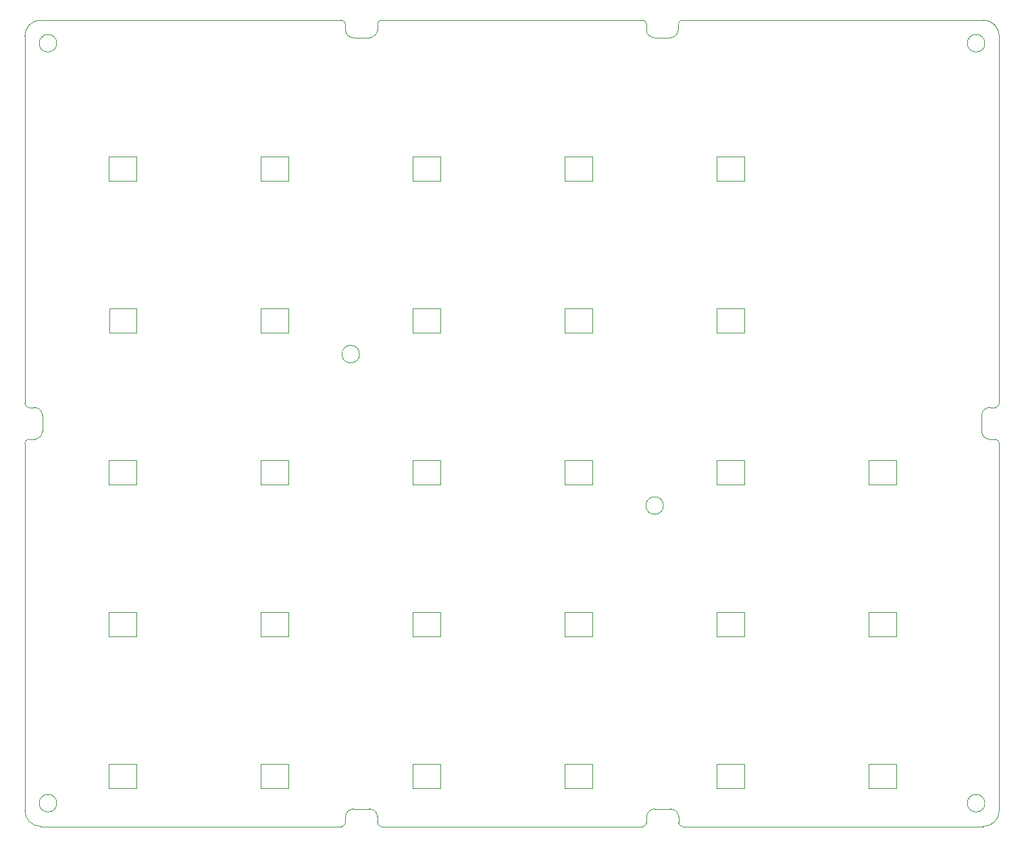
<source format=gm1>
%TF.GenerationSoftware,KiCad,Pcbnew,(6.0.4-0)*%
%TF.CreationDate,2022-10-03T20:51:09+03:00*%
%TF.ProjectId,Splitimsi,53706c69-7469-46d7-9369-2e6b69636164,rev?*%
%TF.SameCoordinates,Original*%
%TF.FileFunction,Profile,NP*%
%FSLAX46Y46*%
G04 Gerber Fmt 4.6, Leading zero omitted, Abs format (unit mm)*
G04 Created by KiCad (PCBNEW (6.0.4-0)) date 2022-10-03 20:51:09*
%MOMM*%
%LPD*%
G01*
G04 APERTURE LIST*
%TA.AperFunction,Profile*%
%ADD10C,0.100000*%
%TD*%
%TA.AperFunction,Profile*%
%ADD11C,0.120000*%
%TD*%
G04 APERTURE END LIST*
D10*
X96773492Y-16462893D02*
X96773492Y-15762893D01*
X141002893Y-114412893D02*
X141002893Y-68337893D01*
X59052893Y-115212893D02*
X59052893Y-115912893D01*
X99802893Y-114212893D02*
X97802893Y-114212893D01*
X100802893Y-115212893D02*
X100802893Y-115912893D01*
X139195786Y-113505786D02*
G75*
G03*
X139195786Y-113505786I-1100000J0D01*
G01*
X96773507Y-16462893D02*
G75*
G03*
X97773492Y-17462893I999993J-7D01*
G01*
X96302893Y-116412893D02*
X63552893Y-116412893D01*
X96802893Y-115212893D02*
X96802893Y-115912893D01*
X63052893Y-16462893D02*
X63052893Y-15762893D01*
X58552893Y-15262893D02*
X20852893Y-15262893D01*
X21052907Y-64837893D02*
G75*
G03*
X20052893Y-63837893I-1000007J-7D01*
G01*
X18852893Y-81712893D02*
X18852893Y-76712893D01*
X139802893Y-63837893D02*
G75*
G03*
X138802893Y-64837893I7J-1000007D01*
G01*
X20052893Y-67837893D02*
X19352893Y-67837893D01*
X100802907Y-115212893D02*
G75*
G03*
X99802893Y-114212893I-1000007J-7D01*
G01*
X96773507Y-15762893D02*
G75*
G03*
X96273492Y-15262893I-500007J-7D01*
G01*
X97802893Y-114212893D02*
G75*
G03*
X96802893Y-115212893I7J-1000007D01*
G01*
X99773492Y-17462893D02*
X97773492Y-17462893D01*
X141002893Y-17262893D02*
X141002893Y-63337893D01*
X18852893Y-81712893D02*
X18852893Y-114412893D01*
X62052893Y-17462893D02*
G75*
G03*
X63052893Y-16462893I7J999993D01*
G01*
X19352893Y-67837893D02*
G75*
G03*
X18852893Y-68337893I7J-500007D01*
G01*
X60802895Y-57162892D02*
G75*
G03*
X60802895Y-57162892I-1100000J0D01*
G01*
X63052907Y-115912893D02*
G75*
G03*
X63552893Y-116412893I499993J-7D01*
G01*
X18852907Y-63337893D02*
G75*
G03*
X19352893Y-63837893I499993J-7D01*
G01*
X63052907Y-115212893D02*
G75*
G03*
X62052893Y-114212893I-1000007J-7D01*
G01*
X140502893Y-63837893D02*
G75*
G03*
X141002893Y-63337893I7J499993D01*
G01*
X141002907Y-17262893D02*
G75*
G03*
X139002893Y-15262893I-2000007J-7D01*
G01*
X98902892Y-76162894D02*
G75*
G03*
X98902892Y-76162894I-1100000J0D01*
G01*
X60052893Y-114212893D02*
X62052893Y-114212893D01*
X21052894Y-17462893D02*
G75*
G03*
X21052894Y-17462893I-1J0D01*
G01*
X139195786Y-18170000D02*
G75*
G03*
X139195786Y-18170000I-1100000J0D01*
G01*
X58552893Y-116412893D02*
G75*
G03*
X59052893Y-115912893I7J499993D01*
G01*
X138802893Y-66837893D02*
X138802893Y-64837893D01*
X60052893Y-114212893D02*
G75*
G03*
X59052893Y-115212893I7J-1000007D01*
G01*
X139002893Y-15262893D02*
X101273492Y-15262893D01*
X20052893Y-63837893D02*
X19352893Y-63837893D01*
X20852893Y-116412893D02*
X58552893Y-116412893D01*
X20852893Y-15262893D02*
G75*
G03*
X18852893Y-17262893I7J-2000007D01*
G01*
X63552893Y-15262893D02*
G75*
G03*
X63052893Y-15762893I7J-500007D01*
G01*
X18852907Y-114412893D02*
G75*
G03*
X20852893Y-116412893I1999993J-7D01*
G01*
X100802907Y-115912893D02*
G75*
G03*
X101302893Y-116412893I499993J-7D01*
G01*
X101273492Y-15262892D02*
G75*
G03*
X100773492Y-15762893I8J-500008D01*
G01*
X139002893Y-116412893D02*
X101302893Y-116412893D01*
X22860000Y-113505786D02*
G75*
G03*
X22860000Y-113505786I-1100000J0D01*
G01*
X22860000Y-18170000D02*
G75*
G03*
X22860000Y-18170000I-1100000J0D01*
G01*
X139802893Y-67837893D02*
X140502893Y-67837893D01*
X99773492Y-17462892D02*
G75*
G03*
X100773492Y-16462893I8J999992D01*
G01*
X141002907Y-68337893D02*
G75*
G03*
X140502893Y-67837893I-500007J-7D01*
G01*
X138802907Y-66837893D02*
G75*
G03*
X139802893Y-67837893I999993J-7D01*
G01*
X18852893Y-17262893D02*
X18852893Y-63337893D01*
X59052893Y-16462893D02*
X59052893Y-15762893D01*
X100773492Y-16462893D02*
X100773492Y-15762893D01*
X139002893Y-116412893D02*
G75*
G03*
X141002893Y-114412893I7J1999993D01*
G01*
X96273492Y-15262893D02*
X63552893Y-15262893D01*
X21052893Y-64837893D02*
X21052893Y-66837893D01*
X18852893Y-68337893D02*
X18852893Y-76712893D01*
X59052907Y-15762893D02*
G75*
G03*
X58552893Y-15262893I-500007J-7D01*
G01*
X63052893Y-115212893D02*
X63052893Y-115912893D01*
X139802893Y-63837893D02*
X140502893Y-63837893D01*
X20052893Y-67837893D02*
G75*
G03*
X21052893Y-66837893I7J999993D01*
G01*
X59052907Y-16462893D02*
G75*
G03*
X60052893Y-17462893I999993J-7D01*
G01*
X96302893Y-116412893D02*
G75*
G03*
X96802893Y-115912893I7J499993D01*
G01*
X60052893Y-17462893D02*
X62052893Y-17462893D01*
D11*
%TO.C,SW21*%
X70913633Y-92539178D02*
X70913633Y-89539178D01*
X67513633Y-89539178D02*
X67513633Y-92539178D01*
X67513633Y-92539178D02*
X70913633Y-92539178D01*
X70913633Y-89539178D02*
X67513633Y-89539178D01*
%TO.C,SW16*%
X89963633Y-73489178D02*
X89963633Y-70489178D01*
X86563633Y-70489178D02*
X86563633Y-73489178D01*
X86563633Y-73489178D02*
X89963633Y-73489178D01*
X89963633Y-70489178D02*
X86563633Y-70489178D01*
%TO.C,SW13*%
X29413633Y-73489178D02*
X32813633Y-73489178D01*
X32813633Y-70489178D02*
X29413633Y-70489178D01*
X29413633Y-70489178D02*
X29413633Y-73489178D01*
X32813633Y-73489178D02*
X32813633Y-70489178D01*
%TO.C,SW9*%
X67513633Y-54439178D02*
X70913633Y-54439178D01*
X67513633Y-51439178D02*
X67513633Y-54439178D01*
X70913633Y-54439178D02*
X70913633Y-51439178D01*
X70913633Y-51439178D02*
X67513633Y-51439178D01*
%TO.C,SW26*%
X48463633Y-108589178D02*
X48463633Y-111589178D01*
X51863633Y-111589178D02*
X51863633Y-108589178D01*
X51863633Y-108589178D02*
X48463633Y-108589178D01*
X48463633Y-111589178D02*
X51863633Y-111589178D01*
%TO.C,SW1*%
X29413633Y-35389178D02*
X32813633Y-35389178D01*
X29413633Y-32389178D02*
X29413633Y-35389178D01*
X32813633Y-32389178D02*
X29413633Y-32389178D01*
X32813633Y-35389178D02*
X32813633Y-32389178D01*
%TO.C,SW5*%
X109013633Y-32389178D02*
X105613633Y-32389178D01*
X109013633Y-35389178D02*
X109013633Y-32389178D01*
X105613633Y-35389178D02*
X109013633Y-35389178D01*
X105613633Y-32389178D02*
X105613633Y-35389178D01*
%TO.C,SW7*%
X32845465Y-51439178D02*
X29445465Y-51439178D01*
X29445465Y-54439178D02*
X32845465Y-54439178D01*
X29445465Y-51439178D02*
X29445465Y-54439178D01*
X32845465Y-54439178D02*
X32845465Y-51439178D01*
%TO.C,SW17*%
X109013633Y-70489178D02*
X105613633Y-70489178D01*
X109013633Y-73489178D02*
X109013633Y-70489178D01*
X105613633Y-70489178D02*
X105613633Y-73489178D01*
X105613633Y-73489178D02*
X109013633Y-73489178D01*
%TO.C,SW22*%
X89963633Y-92539178D02*
X89963633Y-89539178D01*
X86563633Y-92539178D02*
X89963633Y-92539178D01*
X86563633Y-89539178D02*
X86563633Y-92539178D01*
X89963633Y-89539178D02*
X86563633Y-89539178D01*
%TO.C,SW19*%
X32813633Y-89539178D02*
X29413633Y-89539178D01*
X29413633Y-89539178D02*
X29413633Y-92539178D01*
X29413633Y-92539178D02*
X32813633Y-92539178D01*
X32813633Y-92539178D02*
X32813633Y-89539178D01*
%TO.C,SW15*%
X67513633Y-73489178D02*
X70913633Y-73489178D01*
X70913633Y-73489178D02*
X70913633Y-70489178D01*
X70913633Y-70489178D02*
X67513633Y-70489178D01*
X67513633Y-70489178D02*
X67513633Y-73489178D01*
%TO.C,SW2*%
X48463633Y-35389178D02*
X51863633Y-35389178D01*
X51863633Y-32389178D02*
X48463633Y-32389178D01*
X48463633Y-32389178D02*
X48463633Y-35389178D01*
X51863633Y-35389178D02*
X51863633Y-32389178D01*
%TO.C,SW4*%
X86563633Y-32389178D02*
X86563633Y-35389178D01*
X89963633Y-35389178D02*
X89963633Y-32389178D01*
X89963633Y-32389178D02*
X86563633Y-32389178D01*
X86563633Y-35389178D02*
X89963633Y-35389178D01*
%TO.C,SW30*%
X128063633Y-111589178D02*
X128063633Y-108589178D01*
X128063633Y-108589178D02*
X124663633Y-108589178D01*
X124663633Y-108589178D02*
X124663633Y-111589178D01*
X124663633Y-111589178D02*
X128063633Y-111589178D01*
%TO.C,SW14*%
X48463633Y-73489178D02*
X51863633Y-73489178D01*
X51863633Y-70489178D02*
X48463633Y-70489178D01*
X48463633Y-70489178D02*
X48463633Y-73489178D01*
X51863633Y-73489178D02*
X51863633Y-70489178D01*
%TO.C,SW8*%
X51863633Y-54439178D02*
X51863633Y-51439178D01*
X51863633Y-51439178D02*
X48463633Y-51439178D01*
X48463633Y-54439178D02*
X51863633Y-54439178D01*
X48463633Y-51439178D02*
X48463633Y-54439178D01*
%TO.C,SW24*%
X124663633Y-92539178D02*
X128063633Y-92539178D01*
X128063633Y-89539178D02*
X124663633Y-89539178D01*
X128063633Y-92539178D02*
X128063633Y-89539178D01*
X124663633Y-89539178D02*
X124663633Y-92539178D01*
%TO.C,SW3*%
X67513633Y-32389178D02*
X67513633Y-35389178D01*
X70913633Y-35389178D02*
X70913633Y-32389178D01*
X70913633Y-32389178D02*
X67513633Y-32389178D01*
X67513633Y-35389178D02*
X70913633Y-35389178D01*
%TO.C,SW27*%
X70913633Y-111589178D02*
X70913633Y-108589178D01*
X67513633Y-111589178D02*
X70913633Y-111589178D01*
X70913633Y-108589178D02*
X67513633Y-108589178D01*
X67513633Y-108589178D02*
X67513633Y-111589178D01*
%TO.C,SW18*%
X128063633Y-70489178D02*
X124663633Y-70489178D01*
X124663633Y-70489178D02*
X124663633Y-73489178D01*
X124663633Y-73489178D02*
X128063633Y-73489178D01*
X128063633Y-73489178D02*
X128063633Y-70489178D01*
%TO.C,SW28*%
X86563633Y-111589178D02*
X89963633Y-111589178D01*
X86563633Y-108589178D02*
X86563633Y-111589178D01*
X89963633Y-108589178D02*
X86563633Y-108589178D01*
X89963633Y-111589178D02*
X89963633Y-108589178D01*
%TO.C,SW11*%
X105613633Y-51439178D02*
X105613633Y-54439178D01*
X105613633Y-54439178D02*
X109013633Y-54439178D01*
X109013633Y-54439178D02*
X109013633Y-51439178D01*
X109013633Y-51439178D02*
X105613633Y-51439178D01*
%TO.C,SW23*%
X109013633Y-89539178D02*
X105613633Y-89539178D01*
X105613633Y-92539178D02*
X109013633Y-92539178D01*
X105613633Y-89539178D02*
X105613633Y-92539178D01*
X109013633Y-92539178D02*
X109013633Y-89539178D01*
%TO.C,SW10*%
X86563633Y-51439178D02*
X86563633Y-54439178D01*
X89963633Y-54439178D02*
X89963633Y-51439178D01*
X86563633Y-54439178D02*
X89963633Y-54439178D01*
X89963633Y-51439178D02*
X86563633Y-51439178D01*
%TO.C,SW29*%
X105613633Y-108589178D02*
X105613633Y-111589178D01*
X105613633Y-111589178D02*
X109013633Y-111589178D01*
X109013633Y-111589178D02*
X109013633Y-108589178D01*
X109013633Y-108589178D02*
X105613633Y-108589178D01*
%TO.C,SW20*%
X51863633Y-92539178D02*
X51863633Y-89539178D01*
X48463633Y-92539178D02*
X51863633Y-92539178D01*
X51863633Y-89539178D02*
X48463633Y-89539178D01*
X48463633Y-89539178D02*
X48463633Y-92539178D01*
%TO.C,SW25*%
X32813633Y-111589178D02*
X32813633Y-108589178D01*
X29413633Y-108589178D02*
X29413633Y-111589178D01*
X32813633Y-108589178D02*
X29413633Y-108589178D01*
X29413633Y-111589178D02*
X32813633Y-111589178D01*
%TD*%
M02*

</source>
